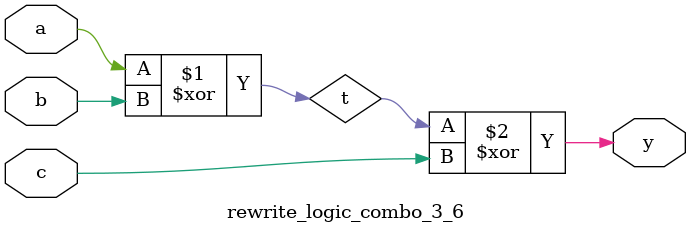
<source format=sv>
module rewrite_logic_combo_3_6(input logic a,b,c, output logic y);
  logic t;
  assign t = a ^ b;
  assign y = t ^ c;
endmodule

</source>
